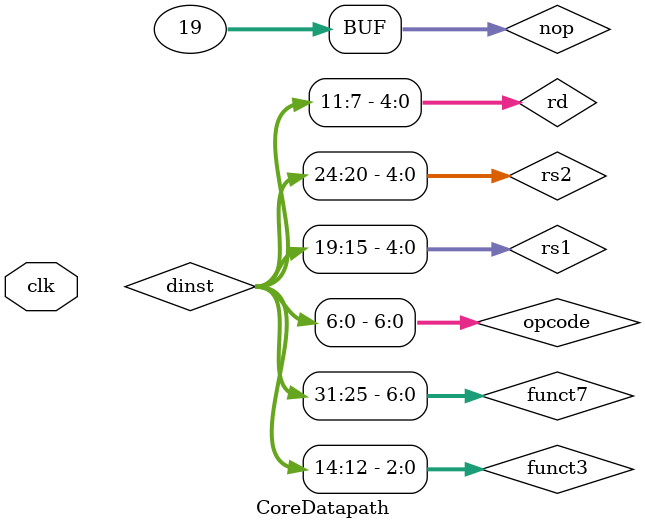
<source format=v>
/**
    This modules holds the central datapath of the CPU core, as well as
        exposes parts of data memory (and in the future, a writable instruction
        memory module) to other modules.
    @author Andrew Jones (https://github.com/AndrewJones-PSU)
    
    @param {1} clk: 1-bit input for clock signal
*/


module CoreDatapath(
    input clk

    // TODO: add outputs for memory mapped peripherals    
);
    
    // Instruction Fetch Stage Wires

    wire        pcSel;      // Selects the next value of the program counter
    wire        pcStall;    // Stalls the instruction fetch stage if needed
    wire [63:0] pc;         // Program Counter output
    wire [63:0] nextPc;     // Next value of the Program Counter
    wire [63:0] pc4;        // Value of Program Counter plus 4
    
    wire [31:0] imOut;      // Instruction memory output
    wire [31:0] inst;       // Instruction to send to decode stage
    wire [31:0] nop;        // NOP instruction
    wire        instNop;    // Forces sending NOP to decode stage if needed

    assign nop = 32'b10011;


    // Instruction Decode Stage Wires (Excluding Control Unit outputs)
    wire [31:0] dinst;      // Instruction in decode stage
    wire [63:0] dpc;        // Program Counter in decode stage
    wire        ifidStall;  // Stalls the instruction decode stage if needed 
    wire [4:0]  rs1;        // Register Select 1
    wire [4:0]  rs2;        // Register Select 2
    wire [4:0]  rd;         // Destination Register
    wire [2:0]  funct3;     // 3-bit function code
    wire [6:0]  funct7;     // 7-bit function code
    wire [6:0]  opcode;     // Instruction opcode
    wire [63:0] rqa;        // Output of Regfile for Register A
    wire [63:0] rqb;        // Output of Regfile for Register B
    wire [63:0] qa;         // Output of forwarding mux for Register A
    wire [63:0] qb;         // Output of forwarding mux for Register B
    wire [63:0] imm64;      // 64-bit immediate value from immediate decoder
    wire [63:0] jalpc;      // Jump and Link Program Counter, used for nextPc on JAL

    assign rs1    = dinst[19:15];
    assign rs2    = dinst[24:20];
    assign rd     = dinst[11:7];
    assign funct3 = dinst[14:12];
    assign funct7 = dinst[31:25];
    assign opcode = dinst[6:0];

    // Instruction Decode Stage Wires from Control Unit outputs
    wire [2:0]  immType;    // Type of immediate value based on instruction type
    wire [1:0]  qaSel;      // Fowarding select for Register A
    wire [1:0]  qbSel;      // Fowarding select for Register B
    wire        isJal;      // Indicates if instruction is a jal or jalr
    wire        signedComp; // Indicates if compare in EXE is signed or unsigned
    wire        aSel;       // Selector for EXE A input
    wire        bSel;       // Selector for EXE B input
    wire [3:0]  aluc;       // ALU Control
    wire [1:0]  rSel;       // Selector whether ALU or Comparitor result is used
    wire        wmem;       // Memory write enable
    wire        m2reg;      // Memory to register selector
    wire        wreg;       // Register write enable
    wire [2:0]  bType;      // Type of branch


    // Execution Stage Wires from ID/EXE Register outputs
    wire [4:0]  erd;        // Destination Register in execute stage
    wire [63:0] epc;        // Program Counter in execute stage
    wire [63:0] eqa;        // Output of forwarding mux for Register A in execute stage
    wire        esignedComp;// Indicates if compare is signed or unsigned
    wire [63:0] eqb;        // Output of forwarding mux for Register B in execute stage
    wire [63:0] eimm64;     // 64-bit immediate value in execute stage
    wire        eaSel;      // Selector for EXE A input in execute stage
    wire        ebSel;      // Selector for EXE B input in execute stage
    wire [3:0]  ealuc;      // ALU Control in execute stage
    wire [1:0]  erSel;      // Selector whether ALU or Comparitor result is used in execute stage
    wire        ewmem;      // Memory write enable in execute stage
    wire [2:0]  efunct3;    // 3-bit function code in execute stage
    wire        em2reg;     // Memory to register selector in execute stage
    wire        ewreg;      // Register write enable in execute stage
    wire [2:0]  ebType;     // Type of branch in execute stage
    wire        eisJal;    // Indicates if instruction is a jal or jalr in execute stage

    // Execution Stage Wires (excluding ID/EXE Register outputs)
    wire [63:0] ea;         // EXE A input
    wire [63:0] eb;         // EXE B input
    wire [63:0] epc4;       // Program Counter in execute stage plus 4
    wire [63:0] alur;       // ALU result output
    wire        lt;         // indicates eqa < eqb
    wire        eq;         // indicates eqa = eqb
    wire [63:0] er;         // execution stage result


    // Memory Stage Wires
    wire [4:0]  mrd;        // Destination Register in memory stage
    wire [63:0] mr;         // execution stage result in memory stage
    wire [63:0] mqb;        // Output of forwarding mux for Register B in memory stage
    wire        mwmem;      // Memory write enable in memory stage
    wire [2:0]  mfunct3;    // 3-bit function code in memory stage
    wire        mm2reg;     // Memory to register selector in memory stage
    wire        mwreg;      // Register write enable in memory stage
    wire [63:0] md;         // Data Memory output


    // Write Back Stage Wires
    wire [4:0]  wrd;        // Destination Register in write back stage
    wire [63:0] wr;         // execution stage result in write back stage
    wire [63:0] wd;         // Data Memory output in write back stage
    wire        wm2reg;     // Memory to register selector in write back stage
    wire        wwreg;      // Register write enable in write back stage
    wire [63:0] wbData;     // Data to be written back to the regfile

    // Control Unit
    ControlUnit controlUnit(
        funct7, rs2, rs1, funct3, opcode, eq, lt, erd, mrd, rd, ewreg, mwreg,
        em2reg, mm2reg, ebType, eisJal,
        aSel, bSel, aluc, rSel, wmem, m2reg, wreg, immType, bType, isJal,
        signedComp, qaSel, qbSel, pcSel, pcStall, ifidStall, instNop
    );

    // Instruction Fetch Stage Modules
    ProgramCounter programCounter(nextPc, clk, pcStall, pc);
    HardInstructionMemory hardInstructionMemory(pc, imOut);
    Gp2to1Mux #(32) instMux (imOut, nop, instNop, inst);
    GpAdder #(64) pcAdder (64'h4, pc, pc4);
    Gp2to1Mux #(64) pcSelMux (pc4, alur, pcSel, nextPc);

    // Instruction Decode Stage Modules
    PipelineRegIFID pipelineRegIFID (pc, inst, clk, ifidStall, dpc, dinst);
    RegisterFile registerFile (rs1, rs2, wrd, wbData, wwreg, clk, rqa, rqb);
    ImmediateDecoder immediateDecoder (dinst[31:7], immType, imm64);
    Gp4to1Mux #(64) fwdaMux (rqa, er, mr, md, qaSel, qa);
    Gp4to1Mux #(64) fwdbMux (rqb, er, mr, md, qbSel, qb);

    // Execution Stage Modules
    PipelineRegIDEXE pipelineRegIDEXE (
        rd, dpc, qa, qb, imm64, signedComp, funct3, aSel, bSel, aluc, rSel,
        wmem, m2reg, wreg, bType, isJal, clk,
        erd, epc, eqa, eqb, eimm64, esignedComp, efunct3, eaSel, ebSel, ealuc,
        erSel, ewmem, em2reg, ewreg, ebType, eisJal
    );
    Gp2to1Mux #(64) exeAMux (eqa, epc, eaSel, ea);
    Gp2to1Mux #(64) exeBMux (eqb, eimm64, ebSel, eb);
    ALU alu (ea, eb, ealuc, alur);
    Comparator comparator (eqa, eqb, esignedComp, eq, lt);
    GpAdder #(64) jalAdder (64'h4, epc, epc4);
    Gp4to1Mux #(64) exeRMux (alur, {63'h0, lt}, epc4, epc4, erSel, er);

    // Memory Stage Modules
    PipelineRegEXEMEM pipelineRegEXEMEM (
        erd, er, eqb, ewmem, efunct3, em2reg, ewreg, clk,
        mrd, mr, mqb, mwmem, mfunct3, mm2reg, mwreg
    );
    DataMemoryMapper dataMemoryMapper (mr, mqb, mwmem, mfunct3, clk, md);

    // Write Back Stage Modules
    PipelineRegMEMWB pipelineRegMEMWB (
        mrd, mr, md, mm2reg, mwreg, clk,
        wrd, wr, wd, wm2reg, wwreg
    );
    Gp2to1Mux #(64) wbMux (wr, wd, wm2reg, wbData);

endmodule

</source>
